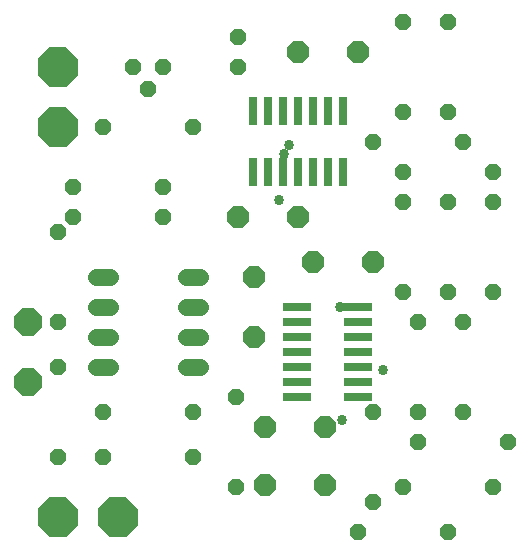
<source format=gbr>
G04 EAGLE Gerber RS-274X export*
G75*
%MOMM*%
%FSLAX34Y34*%
%LPD*%
%INSoldermask Top*%
%IPPOS*%
%AMOC8*
5,1,8,0,0,1.08239X$1,22.5*%
G01*
%ADD10P,1.951982X8X202.500000*%
%ADD11P,1.951982X8X292.500000*%
%ADD12P,1.951982X8X22.500000*%
%ADD13P,3.629037X8X292.500000*%
%ADD14P,3.629037X8X202.500000*%
%ADD15P,1.539592X8X292.500000*%
%ADD16P,2.556822X8X22.500000*%
%ADD17P,1.539592X8X202.500000*%
%ADD18P,1.539592X8X112.500000*%
%ADD19P,1.539592X8X22.500000*%
%ADD20C,1.422400*%
%ADD21R,2.403200X0.803200*%
%ADD22R,0.803200X2.403200*%
%ADD23C,0.863600*%


D10*
X317500Y266700D03*
X266700Y266700D03*
D11*
X217170Y254000D03*
X217170Y203200D03*
D12*
X226060Y127000D03*
X276860Y127000D03*
D10*
X254000Y304800D03*
X203200Y304800D03*
D12*
X226060Y77470D03*
X276860Y77470D03*
X254000Y444500D03*
X304800Y444500D03*
D13*
X50800Y50800D03*
X101600Y50800D03*
D14*
X50800Y431800D03*
X50800Y381000D03*
D15*
X203200Y457200D03*
X203200Y431800D03*
D16*
X25400Y165100D03*
X25400Y215900D03*
D17*
X114300Y431800D03*
X127000Y412750D03*
X139700Y431800D03*
D18*
X201930Y76200D03*
X201930Y152400D03*
D17*
X381000Y38100D03*
X304800Y38100D03*
X419100Y76200D03*
X342900Y76200D03*
D18*
X419100Y241300D03*
X419100Y317500D03*
X381000Y241300D03*
X381000Y317500D03*
D15*
X342900Y317500D03*
X342900Y241300D03*
D17*
X165100Y139700D03*
X88900Y139700D03*
D19*
X88900Y381000D03*
X165100Y381000D03*
D17*
X165100Y101600D03*
X88900Y101600D03*
D15*
X50800Y177800D03*
X50800Y101600D03*
D18*
X50800Y215900D03*
X50800Y292100D03*
D19*
X63500Y304800D03*
X139700Y304800D03*
D18*
X393700Y139700D03*
X393700Y215900D03*
D17*
X431800Y114300D03*
X355600Y114300D03*
D18*
X355600Y139700D03*
X355600Y215900D03*
X317500Y63500D03*
X317500Y139700D03*
D20*
X94996Y254000D02*
X82804Y254000D01*
X82804Y228600D02*
X94996Y228600D01*
X159004Y228600D02*
X171196Y228600D01*
X171196Y254000D02*
X159004Y254000D01*
X94996Y203200D02*
X82804Y203200D01*
X82804Y177800D02*
X94996Y177800D01*
X159004Y203200D02*
X171196Y203200D01*
X171196Y177800D02*
X159004Y177800D01*
D21*
X305400Y165100D03*
X253400Y165100D03*
X305400Y152400D03*
X305400Y177800D03*
X305400Y190500D03*
X253400Y152400D03*
X253400Y177800D03*
X253400Y190500D03*
X305400Y215900D03*
X253400Y215900D03*
X305400Y203200D03*
X305400Y228600D03*
X253400Y203200D03*
X253400Y228600D03*
D22*
X279400Y394300D03*
X279400Y342300D03*
X292100Y394300D03*
X266700Y394300D03*
X254000Y394300D03*
X292100Y342300D03*
X266700Y342300D03*
X254000Y342300D03*
X228600Y394300D03*
X228600Y342300D03*
X241300Y394300D03*
X215900Y394300D03*
X241300Y342300D03*
X215900Y342300D03*
D19*
X63500Y330200D03*
X139700Y330200D03*
X317500Y368300D03*
X393700Y368300D03*
X342900Y342900D03*
X419100Y342900D03*
D15*
X342900Y469900D03*
X342900Y393700D03*
X381000Y469900D03*
X381000Y393700D03*
D23*
X326136Y175260D03*
X237744Y318516D03*
X291084Y132588D03*
X242316Y358140D03*
X289560Y228600D03*
X246888Y365760D03*
M02*

</source>
